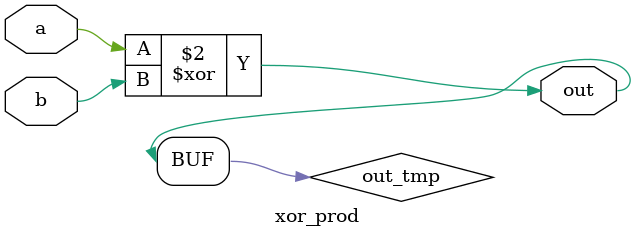
<source format=v>
`timescale 1ns / 1ps


module xor_prod(output out, input a, input b);
    
    reg out_tmp;
    always @(*) begin
        out_tmp = a ^ b;
    end
    
    assign out = out_tmp;
endmodule

</source>
